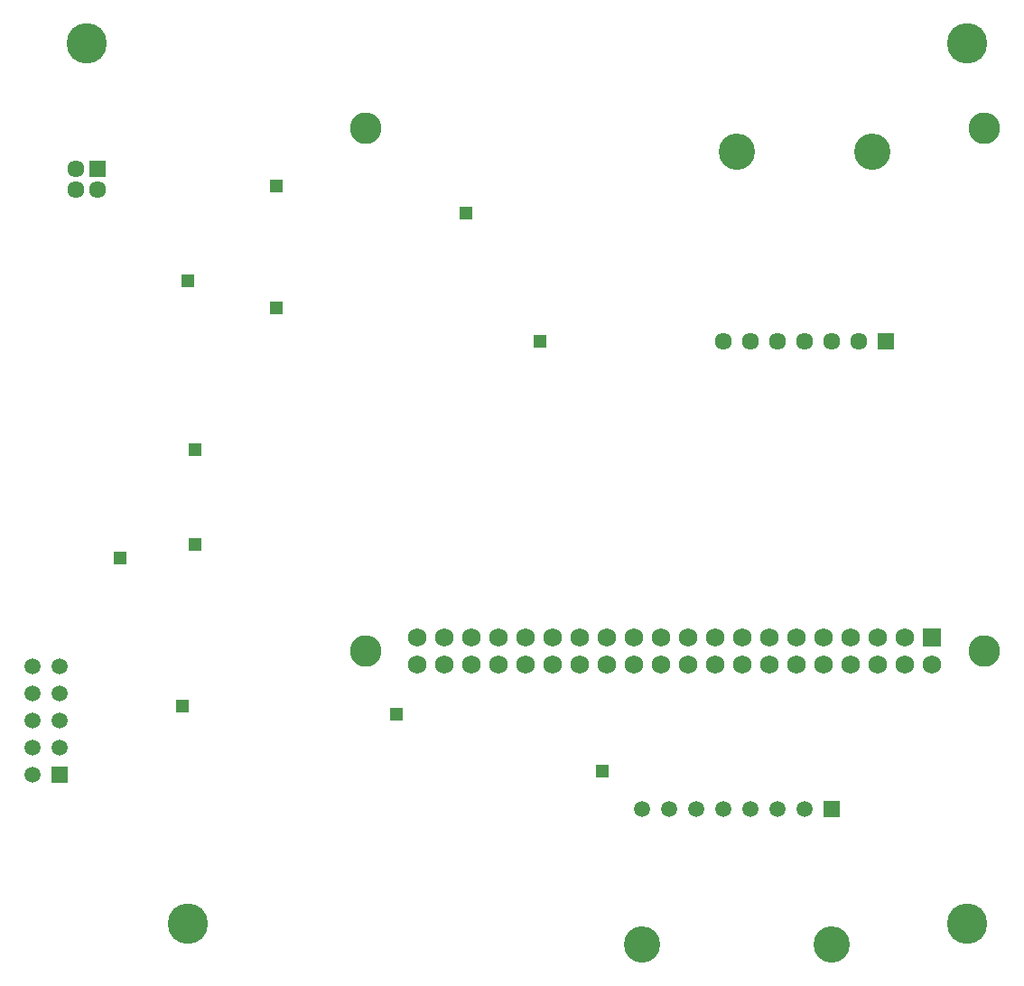
<source format=gbs>
G75*
%MOIN*%
%OFA0B0*%
%FSLAX25Y25*%
%IPPOS*%
%LPD*%
%AMOC8*
5,1,8,0,0,1.08239X$1,22.5*
%
%ADD10C,0.14900*%
%ADD11C,0.11627*%
%ADD12R,0.06800X0.06800*%
%ADD13C,0.06800*%
%ADD14R,0.06343X0.06343*%
%ADD15C,0.06343*%
%ADD16C,0.13398*%
%ADD17C,0.05950*%
%ADD18R,0.05950X0.05950*%
%ADD19R,0.05156X0.05156*%
D10*
X0076000Y0038500D03*
X0363500Y0038500D03*
X0363500Y0363500D03*
X0038500Y0363500D03*
D11*
X0141374Y0332220D03*
X0141374Y0139307D03*
X0369720Y0139307D03*
X0369720Y0332220D03*
D12*
X0350547Y0144307D03*
D13*
X0350600Y0134300D03*
X0340600Y0134300D03*
X0340600Y0144300D03*
X0330600Y0144300D03*
X0330600Y0134300D03*
X0320600Y0134300D03*
X0320600Y0144300D03*
X0310600Y0144300D03*
X0310600Y0134300D03*
X0300600Y0134300D03*
X0300600Y0144300D03*
X0290600Y0144300D03*
X0290600Y0134300D03*
X0280600Y0134300D03*
X0280600Y0144300D03*
X0270600Y0144300D03*
X0270600Y0134300D03*
X0260600Y0134300D03*
X0260600Y0144300D03*
X0250600Y0144300D03*
X0250600Y0134300D03*
X0240600Y0134300D03*
X0240600Y0144300D03*
X0230600Y0144300D03*
X0230600Y0134300D03*
X0220600Y0134300D03*
X0220600Y0144300D03*
X0210600Y0144300D03*
X0210600Y0134300D03*
X0200600Y0134300D03*
X0200600Y0144300D03*
X0190600Y0144300D03*
X0190600Y0134300D03*
X0180600Y0134300D03*
X0180600Y0144300D03*
X0170600Y0144300D03*
X0170600Y0134300D03*
X0160600Y0134300D03*
X0160600Y0144300D03*
D14*
X0333500Y0253500D03*
X0042437Y0317437D03*
D15*
X0042437Y0309563D03*
X0034563Y0309563D03*
X0034563Y0317437D03*
X0273500Y0253500D03*
X0283500Y0253500D03*
X0293500Y0253500D03*
X0303500Y0253500D03*
X0313500Y0253500D03*
X0323500Y0253500D03*
D16*
X0328500Y0323500D03*
X0278500Y0323500D03*
X0243500Y0031000D03*
X0313500Y0031000D03*
D17*
X0303500Y0081000D03*
X0293500Y0081000D03*
X0283500Y0081000D03*
X0273500Y0081000D03*
X0263500Y0081000D03*
X0253500Y0081000D03*
X0243500Y0081000D03*
X0028500Y0103500D03*
X0028500Y0113500D03*
X0028500Y0123500D03*
X0028500Y0133500D03*
X0018500Y0133500D03*
X0018500Y0123500D03*
X0018500Y0113500D03*
X0018500Y0103500D03*
X0018500Y0093500D03*
D18*
X0028500Y0093500D03*
X0313500Y0081000D03*
D19*
X0229000Y0095000D03*
X0153000Y0116000D03*
X0078500Y0178500D03*
X0051000Y0173500D03*
X0078500Y0213500D03*
X0108500Y0266000D03*
X0076000Y0276000D03*
X0108500Y0311000D03*
X0178500Y0301000D03*
X0206000Y0253500D03*
X0074000Y0119000D03*
M02*

</source>
